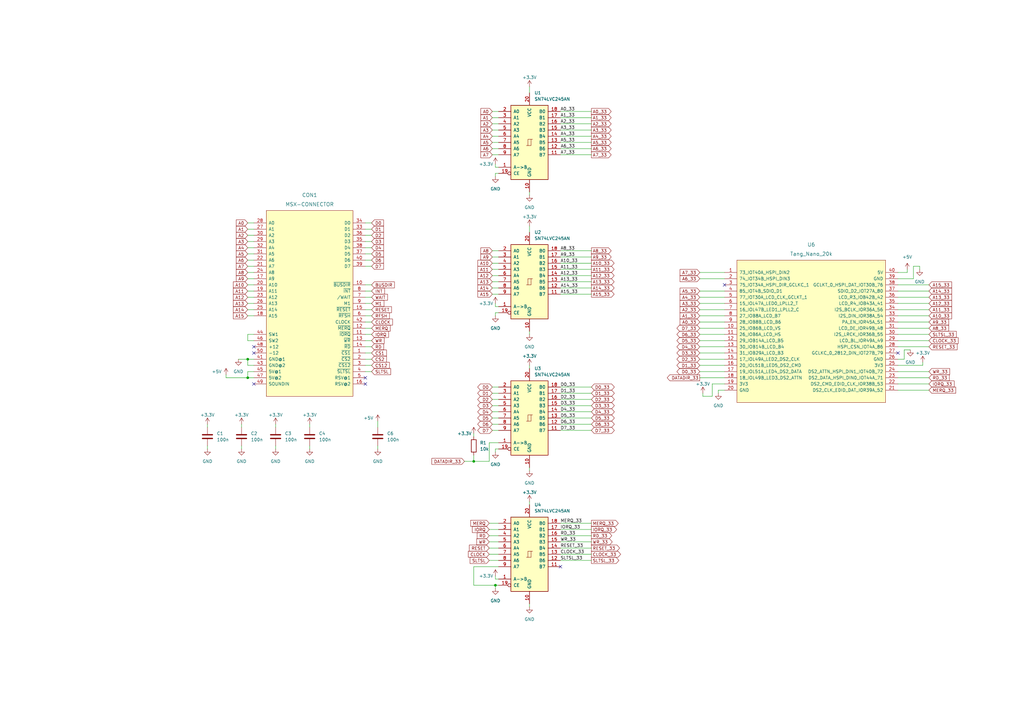
<source format=kicad_sch>
(kicad_sch (version 20211123) (generator eeschema)
  (paper "A3")
  (title_block (title "MSX-Tang Nano 9K Breakout") (date "2023-03-01"))
  (lib_symbols
    (symbol "Device:C" (pin_numbers hide) (pin_names (offset 0.254))
      (property "Reference" "C" (at 0.635 2.54 0))
      (property "Value" "C" (at 0.635 -2.54 0))
      (symbol "C_0_1"
        (polyline (pts (xy -2.032 -0.762) (xy 2.032 -0.762)) (stroke (width 0.508)))
        (polyline (pts (xy -2.032 0.762) (xy 2.032 0.762)) (stroke (width 0.508)))
      )
      (symbol "C_1_1"
        (pin passive line (at 0 3.81 270) (length 2.794) (name "~") (number "1"))
        (pin passive line (at 0 -3.81 90) (length 2.794) (name "~") (number "2"))
      )
    )
    (symbol "Device:R" (pin_numbers hide) (pin_names (offset 0))
      (property "Reference" "R" (at 2.032 0 90))
      (property "Value" "R" (at 0 0 90))
      (symbol "R_0_1"
        (rectangle (start -1.016 -2.54) (end 1.016 2.54) (stroke (width 0.254)))
      )
      (symbol "R_1_1"
        (pin passive line (at 0 3.81 270) (length 1.27) (name "~") (number "1"))
        (pin passive line (at 0 -3.81 90) (length 1.27) (name "~") (number "2"))
      )
    )
    (symbol "Mi_libreria:MSX-CONNECTOR" (pin_names (offset 1.016))
      (property "Reference" "CON1" (at -3.81 19.05 0))
      (property "Value" "MSX-CONNECTOR" (at -11.43 11.43 0))
      (symbol "MSX-CONNECTOR_1_0"
        (pin bidirectional line (at 22.86 -20.32 180) (length 5) (name "~{CS1}") (number "1"))
        (pin bidirectional line (at 22.86 7.62 180) (length 5) (name "~{BUSDIR}") (number "10"))
        (pin bidirectional line (at 22.86 -12.7 180) (length 5) (name "~{IORQ}") (number "11"))
        (pin bidirectional line (at 22.86 -10.16 180) (length 5) (name "~{MERQ}") (number "12"))
        (pin bidirectional line (at 22.86 -15.24 180) (length 5) (name "~{WR}") (number "13"))
        (pin bidirectional line (at 22.86 -17.78 180) (length 5) (name "~{RD}") (number "14"))
        (pin bidirectional line (at 22.86 -2.54 180) (length 5) (name "~{RESET}") (number "15"))
        (pin bidirectional line (at 22.86 -33.02 180) (length 5) (name "RSV@2") (number "16"))
        (pin bidirectional line (at -22.86 10.16 0) (length 5) (name "A9") (number "17"))
        (pin bidirectional line (at -22.86 -5.08 0) (length 5) (name "A15") (number "18"))
        (pin bidirectional line (at -22.86 5.08 0) (length 5) (name "A11") (number "19"))
        (pin bidirectional line (at 22.86 -22.86 180) (length 5) (name "~{CS2}") (number "2"))
        (pin bidirectional line (at -22.86 7.62 0) (length 5) (name "A10") (number "20"))
        (pin bidirectional line (at -22.86 15.24 0) (length 5) (name "A7") (number "21"))
        (pin bidirectional line (at -22.86 17.78 0) (length 5) (name "A6") (number "22"))
        (pin bidirectional line (at -22.86 2.54 0) (length 5) (name "A12") (number "23"))
        (pin bidirectional line (at -22.86 12.7 0) (length 5) (name "A8") (number "24"))
        (pin bidirectional line (at -22.86 -2.54 0) (length 5) (name "A14") (number "25"))
        (pin bidirectional line (at -22.86 0 0) (length 5) (name "A13") (number "26"))
        (pin bidirectional line (at -22.86 30.48 0) (length 5) (name "A1") (number "27"))
        (pin bidirectional line (at -22.86 33.02 0) (length 5) (name "A0") (number "28"))
        (pin bidirectional line (at -22.86 25.4 0) (length 5) (name "A3") (number "29"))
        (pin bidirectional line (at 22.86 -25.4 180) (length 5) (name "~{CS12}") (number "3"))
        (pin bidirectional line (at -22.86 27.94 0) (length 5) (name "A2") (number "30"))
        (pin bidirectional line (at -22.86 20.32 0) (length 5) (name "A5") (number "31"))
        (pin bidirectional line (at -22.86 22.86 0) (length 5) (name "A4") (number "32"))
        (pin bidirectional line (at 22.86 30.48 180) (length 5) (name "D1") (number "33"))
        (pin bidirectional line (at 22.86 33.02 180) (length 5) (name "D0") (number "34"))
        (pin bidirectional line (at 22.86 25.4 180) (length 5) (name "D3") (number "35"))
        (pin bidirectional line (at 22.86 27.94 180) (length 5) (name "D2") (number "36"))
        (pin bidirectional line (at 22.86 20.32 180) (length 5) (name "D5") (number "37"))
        (pin bidirectional line (at 22.86 22.86 180) (length 5) (name "D4") (number "38"))
        (pin bidirectional line (at 22.86 15.24 180) (length 5) (name "D7") (number "39"))
        (pin bidirectional line (at 22.86 -27.94 180) (length 5) (name "~{SLTSL}") (number "4"))
        (pin bidirectional line (at 22.86 17.78 180) (length 5) (name "D6") (number "40"))
        (pin bidirectional line (at -22.86 -22.86 0) (length 5) (name "GND@1") (number "41"))
        (pin bidirectional line (at 22.86 -7.62 180) (length 5) (name "CLOCK") (number "42"))
        (pin bidirectional line (at -22.86 -25.4 0) (length 5) (name "GND@2") (number "43"))
        (pin bidirectional line (at -22.86 -12.7 0) (length 5) (name "SW1") (number "44"))
        (pin bidirectional line (at -22.86 -27.94 0) (length 5) (name "5V@1") (number "45"))
        (pin bidirectional line (at -22.86 -15.24 0) (length 5) (name "SW2") (number "46"))
        (pin bidirectional line (at -22.86 -30.48 0) (length 5) (name "5V@2") (number "47"))
        (pin bidirectional line (at -22.86 -17.78 0) (length 5) (name "+12") (number "48"))
        (pin bidirectional line (at -22.86 -33.02 0) (length 5) (name "SOUNDIN") (number "49"))
        (pin bidirectional line (at 22.86 -30.48 180) (length 5) (name "RSV@1") (number "5"))
        (pin bidirectional line (at -22.86 -20.32 0) (length 5) (name "-12") (number "50"))
        (pin bidirectional line (at 22.86 -5.08 180) (length 5) (name "~{RFSH}") (number "6"))
        (pin bidirectional line (at 22.86 2.54 180) (length 5) (name "/WAIT") (number "7"))
        (pin bidirectional line (at 22.86 5.08 180) (length 5) (name "~{INT}") (number "8"))
        (pin bidirectional line (at 22.86 0 180) (length 5) (name "M1") (number "9"))
      )
      (symbol "MSX-CONNECTOR_1_1"
        (rectangle (start -17.78 38.1) (end 17.78 -38.1) (fill (type background)))
      )
    )
    (symbol "Mi_libreria:SN74LVC245AN" (pin_names (offset 1.016))
      (property "Reference" "U" (at -7.62 16.51 0))
      (property "Value" "SN74LVC245AN" (at -7.62 -16.51 0))
      (symbol "SN74LVC245AN_1_0"
        (polyline (pts (xy -0.635 -1.27) (xy -0.635 1.27) (xy 0.635 1.27)))
        (polyline (pts (xy -1.27 -1.27) (xy 0.635 -1.27) (xy 0.635 1.27) (xy 1.27 1.27)))
        (pin input line (at -12.7 -10.16 0) (length 5.08) (name "A->B") (number "1"))
        (pin power_in line (at 0 -20.32 90) (length 5.08) (name "GND") (number "10"))
        (pin tri_state line (at 12.7 -5.08 180) (length 5.08) (name "B7") (number "11"))
        (pin tri_state line (at 12.7 -2.54 180) (length 5.08) (name "B6") (number "12"))
        (pin tri_state line (at 12.7 0 180) (length 5.08) (name "B5") (number "13"))
        (pin tri_state line (at 12.7 2.54 180) (length 5.08) (name "B4") (number "14"))
        (pin tri_state line (at 12.7 5.08 180) (length 5.08) (name "B3") (number "15"))
        (pin tri_state line (at 12.7 7.62 180) (length 5.08) (name "B2") (number "16"))
        (pin tri_state line (at 12.7 10.16 180) (length 5.08) (name "B1") (number "17"))
        (pin tri_state line (at 12.7 12.7 180) (length 5.08) (name "B0") (number "18"))
        (pin input inverted (at -12.7 -12.7 0) (length 5.08) (name "CE") (number "19"))
        (pin tri_state line (at -12.7 12.7 0) (length 5.08) (name "A0") (number "2"))
        (pin power_in line (at 0 20.32 270) (length 5.08) (name "VCC") (number "20"))
        (pin tri_state line (at -12.7 10.16 0) (length 5.08) (name "A1") (number "3"))
        (pin tri_state line (at -12.7 7.62 0) (length 5.08) (name "A2") (number "4"))
        (pin tri_state line (at -12.7 5.08 0) (length 5.08) (name "A3") (number "5"))
        (pin tri_state line (at -12.7 2.54 0) (length 5.08) (name "A4") (number "6"))
        (pin tri_state line (at -12.7 0 0) (length 5.08) (name "A5") (number "7"))
        (pin tri_state line (at -12.7 -2.54 0) (length 5.08) (name "A6") (number "8"))
        (pin tri_state line (at -12.7 -5.08 0) (length 5.08) (name "A7") (number "9"))
      )
      (symbol "SN74LVC245AN_1_1"
        (rectangle (start -7.62 15.24) (end 7.62 -15.24) (stroke (width 0.254)) (fill (type background)))
      )
    )
    (symbol "Mi_libreria:Tang_Nano_20k" (pin_names (offset 1.016))
      (property "Reference" "U" (at -3.81 7.62 0))
      (property "Value" "Tang_Nano_20k" (at -10.16 2.54 0))
      (symbol "Tang_Nano_20k_1_0"
        (pin bidirectional line (at -35.56 22.86 0) (length 5) (name "73_IOT40A_HSPI_DIN2") (number "1"))
        (pin bidirectional line (at -35.56 0 0) (length 5) (name "25_IOB6B_LCD_VS") (number "10"))
        (pin bidirectional line (at -35.56 -2.54 0) (length 5) (name "26_IOB6A_LCD_HS") (number "11"))
        (pin bidirectional line (at -35.56 -5.08 0) (length 5) (name "29_IOB14A_LCD_B5") (number "12"))
        (pin bidirectional line (at -35.56 -7.62 0) (length 5) (name "30_IOB14B_LCD_B4") (number "13"))
        (pin bidirectional line (at -35.56 -10.16 0) (length 5) (name "31_IOB29A_LCD_B3") (number "14"))
        (pin bidirectional line (at -35.56 -12.7 0) (length 5) (name "17_IOL49A_LED2_DS2_CLK") (number "15"))
        (pin bidirectional line (at -35.56 -15.24 0) (length 5) (name "20_IOL51B_LED5_DS2_CMD") (number "16"))
        (pin bidirectional line (at -35.56 -17.78 0) (length 5) (name "19_IOL51A_LED4_DS2_DATA") (number "17"))
        (pin bidirectional line (at -35.56 -20.32 0) (length 5) (name "18_IOL49B_LED3_DS2_ATTN") (number "18"))
        (pin bidirectional line (at -35.56 -22.86 0) (length 5) (name "3V3") (number "19"))
        (pin bidirectional line (at -35.56 20.32 0) (length 5) (name "74_IOT34B_HSPI_DIN3") (number "2"))
        (pin bidirectional line (at -35.56 -25.4 0) (length 5) (name "GND") (number "20"))
        (pin bidirectional line (at 35.56 -25.4 180) (length 5) (name "DS2_CLK_EDID_DAT_IOR39A_52") (number "21"))
        (pin bidirectional line (at 35.56 -22.86 180) (length 5) (name "DS2_CMD_EDID_CLK_IOR38B_53") (number "22"))
        (pin bidirectional line (at 35.56 -20.32 180) (length 5) (name "DS2_DATA_HSPI_DIN0_IOT44A_71") (number "23"))
        (pin bidirectional line (at 35.56 -17.78 180) (length 5) (name "DS2_ATTN_HSPI_DIN1_IOT40B_72") (number "24"))
        (pin bidirectional line (at 35.56 -15.24 180) (length 5) (name "3V3") (number "25"))
        (pin bidirectional line (at 35.56 -12.7 180) (length 5) (name "GND") (number "26"))
        (pin bidirectional line (at 35.56 -10.16 180) (length 5) (name "GCLKC_0_2812_DIN_IOT27B_79") (number "27"))
        (pin bidirectional line (at 35.56 -7.62 180) (length 5) (name "HSPI_CSN_IOT4A_86") (number "28"))
        (pin bidirectional line (at 35.56 -5.08 180) (length 5) (name "LCD_BL_IOR49A_49") (number "29"))
        (pin bidirectional line (at -35.56 17.78 0) (length 5) (name "75_IOT34A_HSPI_DIR_GCLKC_1") (number "3"))
        (pin bidirectional line (at 35.56 -2.54 180) (length 5) (name "I2S_LRCK_IOR36B_55") (number "30"))
        (pin bidirectional line (at 35.56 0 180) (length 5) (name "LCD_DE_IOR49B_48") (number "31"))
        (pin bidirectional line (at 35.56 2.54 180) (length 5) (name "PA_EN_IOR45A_51") (number "32"))
        (pin bidirectional line (at 35.56 5.08 180) (length 5) (name "I2S_DIN_IOR38A_54") (number "33"))
        (pin bidirectional line (at 35.56 7.62 180) (length 5) (name "I2S_BCLK_IOR36A_56") (number "34"))
        (pin bidirectional line (at 35.56 10.16 180) (length 5) (name "LCD_R4_IOB43A_41") (number "35"))
        (pin bidirectional line (at 35.56 12.7 180) (length 5) (name "LCD_R3_IOB42B_42") (number "36"))
        (pin bidirectional line (at 35.56 15.24 180) (length 5) (name "SDIO_D2_IOT27A_80") (number "37"))
        (pin bidirectional line (at 35.56 17.78 180) (length 5) (name "GCLKT_0_HSPI_DAT_IOT30B_76") (number "38"))
        (pin bidirectional line (at 35.56 20.32 180) (length 5) (name "GND") (number "39"))
        (pin bidirectional line (at -35.56 15.24 0) (length 5) (name "85_IOT4B_SDIO_D1") (number "4"))
        (pin bidirectional line (at 35.56 22.86 180) (length 5) (name "5V") (number "40"))
        (pin bidirectional line (at -35.56 12.7 0) (length 5) (name "77_IOT30A_LCD_CLK_GCLKT_1") (number "5"))
        (pin bidirectional line (at -35.56 10.16 0) (length 5) (name "15_IOL47A_LED0_LPLL2_T") (number "6"))
        (pin bidirectional line (at -35.56 7.62 0) (length 5) (name "16_IOL47B_LED1_LPLL2_C") (number "7"))
        (pin bidirectional line (at -35.56 5.08 0) (length 5) (name "27_IOB8A_LCD_B7") (number "8"))
        (pin bidirectional line (at -35.56 2.54 0) (length 5) (name "28_IOB8B_LCD_B6") (number "9"))
      )
      (symbol "Tang_Nano_20k_1_1"
        (rectangle (start -30.48 27.94) (end 30.48 -30.48) (fill (type background)))
      )
    )
    (symbol "power:+3.3V" (power) (pin_names (offset 0))
      (property "Value" "+3.3V" (at 0 3.556 0))
      (symbol "+3.3V_0_1"
        (polyline (pts (xy -0.762 1.27) (xy 0 2.54)))
        (polyline (pts (xy 0 0) (xy 0 2.54)))
        (polyline (pts (xy 0 2.54) (xy 0.762 1.27)))
      )
      (symbol "+3.3V_1_1"
        (pin power_in line (at 0 0 90) (length 0) hide (name "+3.3V") (number "1"))
      )
    )
    (symbol "power:+5V" (power) (pin_names (offset 0))
      (property "Value" "+5V" (at 0 3.556 0))
      (symbol "+5V_0_1"
        (polyline (pts (xy -0.762 1.27) (xy 0 2.54)))
        (polyline (pts (xy 0 0) (xy 0 2.54)))
        (polyline (pts (xy 0 2.54) (xy 0.762 1.27)))
      )
      (symbol "+5V_1_1"
        (pin power_in line (at 0 0 90) (length 0) hide (name "+5V") (number "1"))
      )
    )
    (symbol "power:GND" (power) (pin_names (offset 0))
      (property "Value" "GND" (at 0 -3.81 0))
      (symbol "GND_0_1"
        (polyline (pts (xy 0 0) (xy 0 -1.27) (xy 1.27 -1.27) (xy 0 -2.54) (xy -1.27 -1.27) (xy 0 -1.27)))
      )
      (symbol "GND_1_1"
        (pin power_in line (at 0 0 270) (length 0) hide (name "GND") (number "1"))
      )
    )
  )
  (junction (at 101.6 147.32))
  (junction (at 101.6 154.94))
  (junction (at 203.2 240.03))
  (junction (at 194.31 189.23))
  (no_connect (at 149.86 157.48))
  (no_connect (at 229.87 232.41))
  (no_connect (at 368.3 144.78))
  (no_connect (at 297.18 116.84))
  (no_connect (at 104.14 142.24))
  (no_connect (at 104.14 144.78))
  (no_connect (at 149.86 154.94))
  (no_connect (at 104.14 157.48))
  (wire (pts (xy 101.6 109.22) (xy 104.14 109.22)))
  (wire (pts (xy 229.87 102.87) (xy 242.57 102.87)))
  (wire (pts (xy 201.93 53.34) (xy 204.47 53.34)))
  (wire (pts (xy 149.86 142.24) (xy 152.4 142.24)))
  (wire (pts (xy 201.93 173.99) (xy 204.47 173.99)))
  (wire (pts (xy 201.93 110.49) (xy 204.47 110.49)))
  (wire (pts (xy 217.17 35.56) (xy 217.17 38.1)))
  (wire (pts (xy 101.6 119.38) (xy 104.14 119.38)))
  (wire (pts (xy 194.31 189.23) (xy 200.66 189.23)))
  (wire (pts (xy 368.3 132.08) (xy 381 132.08)))
  (wire (pts (xy 200.66 219.71) (xy 204.47 219.71)))
  (wire (pts (xy 201.93 158.75) (xy 204.47 158.75)))
  (wire (pts (xy 201.93 105.41) (xy 204.47 105.41)))
  (wire (pts (xy 372.11 110.49) (xy 372.11 111.76)))
  (wire (pts (xy 287.02 127) (xy 297.18 127)))
  (wire (pts (xy 200.66 224.79) (xy 204.47 224.79)))
  (wire (pts (xy 149.86 121.92) (xy 152.4 121.92)))
  (wire (pts (xy 200.66 229.87) (xy 204.47 229.87)))
  (wire (pts (xy 201.93 118.11) (xy 204.47 118.11)))
  (wire (pts (xy 229.87 120.65) (xy 242.57 120.65)))
  (wire (pts (xy 229.87 176.53) (xy 242.57 176.53)))
  (wire (pts (xy 292.1 157.48) (xy 297.18 157.48)))
  (wire (pts (xy 127 182.88) (xy 127 184.15)))
  (wire (pts (xy 368.3 114.3) (xy 374.65 114.3)))
  (wire (pts (xy 374.65 109.22) (xy 377.19 109.22)))
  (wire (pts (xy 229.87 166.37) (xy 242.57 166.37)))
  (wire (pts (xy 229.87 158.75) (xy 242.57 158.75)))
  (wire (pts (xy 149.86 149.86) (xy 152.4 149.86)))
  (wire (pts (xy 229.87 113.03) (xy 242.57 113.03)))
  (wire (pts (xy 149.86 147.32) (xy 152.4 147.32)))
  (wire (pts (xy 229.87 222.25) (xy 242.57 222.25)))
  (wire (pts (xy 201.93 176.53) (xy 204.47 176.53)))
  (wire (pts (xy 287.02 142.24) (xy 297.18 142.24)))
  (wire (pts (xy 149.86 106.68) (xy 152.4 106.68)))
  (wire (pts (xy 149.86 116.84) (xy 152.4 116.84)))
  (wire (pts (xy 113.03 182.88) (xy 113.03 184.15)))
  (wire (pts (xy 101.6 121.92) (xy 104.14 121.92)))
  (wire (pts (xy 229.87 173.99) (xy 242.57 173.99)))
  (wire (pts (xy 370.84 147.32) (xy 370.84 143.51)))
  (wire (pts (xy 149.86 129.54) (xy 152.4 129.54)))
  (wire (pts (xy 204.47 71.12) (xy 203.2 71.12)))
  (wire (pts (xy 368.3 160.02) (xy 381 160.02)))
  (wire (pts (xy 201.93 171.45) (xy 204.47 171.45)))
  (wire (pts (xy 149.86 137.16) (xy 152.4 137.16)))
  (wire (pts (xy 201.93 48.26) (xy 204.47 48.26)))
  (wire (pts (xy 368.3 134.62) (xy 381 134.62)))
  (wire (pts (xy 203.2 128.27) (xy 203.2 129.54)))
  (wire (pts (xy 287.02 121.92) (xy 297.18 121.92)))
  (wire (pts (xy 229.87 110.49) (xy 242.57 110.49)))
  (wire (pts (xy 288.29 161.29) (xy 288.29 162.56)))
  (wire (pts (xy 101.6 93.98) (xy 104.14 93.98)))
  (wire (pts (xy 99.06 182.88) (xy 99.06 184.15)))
  (wire (pts (xy 229.87 50.8) (xy 242.57 50.8)))
  (wire (pts (xy 101.6 99.06) (xy 104.14 99.06)))
  (wire (pts (xy 201.93 120.65) (xy 204.47 120.65)))
  (wire (pts (xy 154.94 172.72) (xy 154.94 175.26)))
  (wire (pts (xy 287.02 129.54) (xy 297.18 129.54)))
  (wire (pts (xy 149.86 132.08) (xy 152.4 132.08)))
  (wire (pts (xy 85.09 182.88) (xy 85.09 184.15)))
  (wire (pts (xy 229.87 163.83) (xy 242.57 163.83)))
  (wire (pts (xy 368.3 137.16) (xy 381 137.16)))
  (wire (pts (xy 149.86 127) (xy 152.4 127)))
  (wire (pts (xy 287.02 147.32) (xy 297.18 147.32)))
  (wire (pts (xy 201.93 50.8) (xy 204.47 50.8)))
  (wire (pts (xy 229.87 58.42) (xy 242.57 58.42)))
  (wire (pts (xy 229.87 115.57) (xy 242.57 115.57)))
  (wire (pts (xy 99.06 173.99) (xy 99.06 175.26)))
  (wire (pts (xy 201.93 115.57) (xy 204.47 115.57)))
  (wire (pts (xy 368.3 152.4) (xy 381 152.4)))
  (wire (pts (xy 204.47 128.27) (xy 203.2 128.27)))
  (wire (pts (xy 104.14 147.32) (xy 101.6 147.32)))
  (wire (pts (xy 149.86 104.14) (xy 152.4 104.14)))
  (wire (pts (xy 229.87 171.45) (xy 242.57 171.45)))
  (wire (pts (xy 101.6 116.84) (xy 104.14 116.84)))
  (wire (pts (xy 368.3 142.24) (xy 381 142.24)))
  (wire (pts (xy 149.86 101.6) (xy 152.4 101.6)))
  (wire (pts (xy 229.87 214.63) (xy 242.57 214.63)))
  (wire (pts (xy 101.6 129.54) (xy 104.14 129.54)))
  (wire (pts (xy 92.71 154.94) (xy 101.6 154.94)))
  (wire (pts (xy 101.6 104.14) (xy 104.14 104.14)))
  (wire (pts (xy 194.31 232.41) (xy 194.31 240.03)))
  (wire (pts (xy 201.93 168.91) (xy 204.47 168.91)))
  (wire (pts (xy 201.93 102.87) (xy 204.47 102.87)))
  (wire (pts (xy 101.6 154.94) (xy 104.14 154.94)))
  (wire (pts (xy 200.66 189.23) (xy 200.66 181.61)))
  (wire (pts (xy 101.6 124.46) (xy 104.14 124.46)))
  (wire (pts (xy 368.3 119.38) (xy 381 119.38)))
  (wire (pts (xy 287.02 114.3) (xy 297.18 114.3)))
  (wire (pts (xy 101.6 137.16) (xy 101.6 139.7)))
  (wire (pts (xy 368.3 124.46) (xy 381 124.46)))
  (wire (pts (xy 229.87 217.17) (xy 242.57 217.17)))
  (wire (pts (xy 127 173.99) (xy 127 175.26)))
  (wire (pts (xy 149.86 99.06) (xy 152.4 99.06)))
  (wire (pts (xy 229.87 107.95) (xy 242.57 107.95)))
  (wire (pts (xy 200.66 181.61) (xy 204.47 181.61)))
  (wire (pts (xy 292.1 162.56) (xy 292.1 157.48)))
  (wire (pts (xy 201.93 113.03) (xy 204.47 113.03)))
  (wire (pts (xy 229.87 168.91) (xy 242.57 168.91)))
  (wire (pts (xy 368.3 111.76) (xy 372.11 111.76)))
  (wire (pts (xy 217.17 135.89) (xy 217.17 137.16)))
  (wire (pts (xy 229.87 55.88) (xy 242.57 55.88)))
  (wire (pts (xy 92.71 153.67) (xy 92.71 154.94)))
  (wire (pts (xy 229.87 224.79) (xy 242.57 224.79)))
  (wire (pts (xy 203.2 124.46) (xy 203.2 125.73)))
  (wire (pts (xy 287.02 152.4) (xy 297.18 152.4)))
  (wire (pts (xy 287.02 137.16) (xy 297.18 137.16)))
  (wire (pts (xy 203.2 236.22) (xy 203.2 237.49)))
  (wire (pts (xy 368.3 129.54) (xy 381 129.54)))
  (wire (pts (xy 204.47 68.58) (xy 203.2 68.58)))
  (wire (pts (xy 101.6 91.44) (xy 104.14 91.44)))
  (wire (pts (xy 292.1 162.56) (xy 288.29 162.56)))
  (wire (pts (xy 194.31 177.8) (xy 194.31 179.07)))
  (wire (pts (xy 287.02 111.76) (xy 297.18 111.76)))
  (wire (pts (xy 203.2 237.49) (xy 204.47 237.49)))
  (wire (pts (xy 204.47 184.15) (xy 203.2 184.15)))
  (wire (pts (xy 229.87 118.11) (xy 242.57 118.11)))
  (wire (pts (xy 101.6 152.4) (xy 101.6 154.94)))
  (wire (pts (xy 200.66 227.33) (xy 204.47 227.33)))
  (wire (pts (xy 374.65 114.3) (xy 374.65 109.22)))
  (wire (pts (xy 200.66 222.25) (xy 204.47 222.25)))
  (wire (pts (xy 101.6 111.76) (xy 104.14 111.76)))
  (wire (pts (xy 201.93 55.88) (xy 204.47 55.88)))
  (wire (pts (xy 101.6 147.32) (xy 101.6 149.86)))
  (wire (pts (xy 368.3 116.84) (xy 381 116.84)))
  (wire (pts (xy 101.6 127) (xy 104.14 127)))
  (wire (pts (xy 229.87 105.41) (xy 242.57 105.41)))
  (wire (pts (xy 287.02 154.94) (xy 297.18 154.94)))
  (wire (pts (xy 368.3 147.32) (xy 370.84 147.32)))
  (wire (pts (xy 201.93 107.95) (xy 204.47 107.95)))
  (wire (pts (xy 201.93 60.96) (xy 204.47 60.96)))
  (wire (pts (xy 201.93 58.42) (xy 204.47 58.42)))
  (wire (pts (xy 101.6 96.52) (xy 104.14 96.52)))
  (wire (pts (xy 200.66 217.17) (xy 204.47 217.17)))
  (wire (pts (xy 229.87 227.33) (xy 242.57 227.33)))
  (wire (pts (xy 229.87 219.71) (xy 242.57 219.71)))
  (wire (pts (xy 203.2 67.31) (xy 203.2 68.58)))
  (wire (pts (xy 217.17 191.77) (xy 217.17 193.04)))
  (wire (pts (xy 229.87 48.26) (xy 242.57 48.26)))
  (wire (pts (xy 229.87 63.5) (xy 242.57 63.5)))
  (wire (pts (xy 368.3 127) (xy 381 127)))
  (wire (pts (xy 368.3 121.92) (xy 381 121.92)))
  (wire (pts (xy 200.66 214.63) (xy 204.47 214.63)))
  (wire (pts (xy 149.86 124.46) (xy 152.4 124.46)))
  (wire (pts (xy 287.02 119.38) (xy 297.18 119.38)))
  (wire (pts (xy 85.09 173.99) (xy 85.09 175.26)))
  (wire (pts (xy 101.6 149.86) (xy 104.14 149.86)))
  (wire (pts (xy 287.02 149.86) (xy 297.18 149.86)))
  (wire (pts (xy 149.86 139.7) (xy 152.4 139.7)))
  (wire (pts (xy 201.93 163.83) (xy 204.47 163.83)))
  (wire (pts (xy 294.64 160.02) (xy 294.64 161.29)))
  (wire (pts (xy 229.87 229.87) (xy 242.57 229.87)))
  (wire (pts (xy 149.86 91.44) (xy 152.4 91.44)))
  (wire (pts (xy 149.86 134.62) (xy 152.4 134.62)))
  (wire (pts (xy 203.2 240.03) (xy 203.2 241.3)))
  (wire (pts (xy 368.3 139.7) (xy 381 139.7)))
  (wire (pts (xy 204.47 240.03) (xy 203.2 240.03)))
  (wire (pts (xy 101.6 114.3) (xy 104.14 114.3)))
  (wire (pts (xy 368.3 157.48) (xy 381 157.48)))
  (wire (pts (xy 287.02 134.62) (xy 297.18 134.62)))
  (wire (pts (xy 217.17 149.86) (xy 217.17 151.13)))
  (wire (pts (xy 217.17 205.74) (xy 217.17 207.01)))
  (wire (pts (xy 201.93 161.29) (xy 204.47 161.29)))
  (wire (pts (xy 287.02 132.08) (xy 297.18 132.08)))
  (wire (pts (xy 101.6 139.7) (xy 104.14 139.7)))
  (wire (pts (xy 203.2 184.15) (xy 203.2 185.42)))
  (wire (pts (xy 287.02 139.7) (xy 297.18 139.7)))
  (wire (pts (xy 368.3 149.86) (xy 378.46 149.86)))
  (wire (pts (xy 229.87 53.34) (xy 242.57 53.34)))
  (wire (pts (xy 149.86 144.78) (xy 152.4 144.78)))
  (wire (pts (xy 201.93 166.37) (xy 204.47 166.37)))
  (wire (pts (xy 149.86 119.38) (xy 152.4 119.38)))
  (wire (pts (xy 229.87 45.72) (xy 242.57 45.72)))
  (wire (pts (xy 368.3 154.94) (xy 381 154.94)))
  (wire (pts (xy 370.84 143.51) (xy 373.38 143.51)))
  (wire (pts (xy 204.47 125.73) (xy 203.2 125.73)))
  (wire (pts (xy 104.14 152.4) (xy 101.6 152.4)))
  (wire (pts (xy 149.86 152.4) (xy 152.4 152.4)))
  (wire (pts (xy 378.46 149.86) (xy 378.46 148.59)))
  (wire (pts (xy 297.18 160.02) (xy 294.64 160.02)))
  (wire (pts (xy 194.31 186.69) (xy 194.31 189.23)))
  (wire (pts (xy 217.17 78.74) (xy 217.17 80.01)))
  (wire (pts (xy 229.87 60.96) (xy 242.57 60.96)))
  (wire (pts (xy 229.87 161.29) (xy 242.57 161.29)))
  (wire (pts (xy 149.86 96.52) (xy 152.4 96.52)))
  (wire (pts (xy 287.02 144.78) (xy 297.18 144.78)))
  (wire (pts (xy 194.31 240.03) (xy 203.2 240.03)))
  (wire (pts (xy 201.93 45.72) (xy 204.47 45.72)))
  (wire (pts (xy 377.19 109.22) (xy 377.19 110.49)))
  (wire (pts (xy 149.86 93.98) (xy 152.4 93.98)))
  (wire (pts (xy 201.93 63.5) (xy 204.47 63.5)))
  (wire (pts (xy 154.94 182.88) (xy 154.94 184.15)))
  (wire (pts (xy 101.6 106.68) (xy 104.14 106.68)))
  (wire (pts (xy 190.5 189.23) (xy 194.31 189.23)))
  (wire (pts (xy 149.86 109.22) (xy 152.4 109.22)))
  (wire (pts (xy 203.2 71.12) (xy 203.2 72.39)))
  (wire (pts (xy 287.02 124.46) (xy 297.18 124.46)))
  (wire (pts (xy 217.17 92.71) (xy 217.17 95.25)))
  (wire (pts (xy 101.6 101.6) (xy 104.14 101.6)))
  (wire (pts (xy 97.79 147.32) (xy 101.6 147.32)))
  (wire (pts (xy 113.03 173.99) (xy 113.03 175.26)))
  (wire (pts (xy 217.17 247.65) (xy 217.17 248.92)))
  (wire (pts (xy 104.14 137.16) (xy 101.6 137.16)))
  (wire (pts (xy 194.31 232.41) (xy 204.47 232.41)))
  (label "A8_33" (at 229.87 102.87 0))
  (label "D0_33" (at 229.87 158.75 0))
  (label "A2_33" (at 229.87 50.8 0))
  (label "A5_33" (at 229.87 58.42 0))
  (label "SLTSL_33" (at 229.87 229.87 0))
  (label "D5_33" (at 229.87 171.45 0))
  (label "D4_33" (at 229.87 168.91 0))
  (label "WR_33" (at 229.87 222.25 0))
  (label "CLOCK_33" (at 229.87 227.33 0))
  (label "A13_33" (at 229.87 115.57 0))
  (label "A10_33" (at 229.87 107.95 0))
  (label "A1_33" (at 229.87 48.26 0))
  (label "A6_33" (at 229.9211 60.96 0))
  (label "A11_33" (at 229.87 110.49 0))
  (label "A4_33" (at 229.87 55.88 0))
  (label "MERQ_33" (at 229.87 214.63 0))
  (label "A7_33" (at 229.87 63.5 0))
  (label "D6_33" (at 229.87 173.99 0))
  (label "A15_33" (at 229.87 120.65 0))
  (label "RD_33" (at 229.87 219.71 0))
  (label "D3_33" (at 229.87 166.37 0))
  (label "RESET_33" (at 229.87 224.79 0))
  (label "A14_33" (at 229.9211 118.11 0))
  (label "IORQ_33" (at 229.87 217.17 0))
  (label "A3_33" (at 229.87 53.34 0))
  (label "D7_33" (at 229.87 176.53 0))
  (label "D2_33" (at 229.87 163.83 0))
  (label "A0_33" (at 229.87 45.72 0))
  (label "A12_33" (at 229.87 113.03 0))
  (label "D1_33" (at 229.87 161.29 0))
  (label "A9_33" (at 229.87 105.41 0))
  (global_label "SLTSL_33" (shape input) (at 381 137.16 0) (property "Intersheet References" "${INTERSHEET_REFS}" (effects hide)))
  (global_label "RFSH" (shape input) (at 152.4 129.54 0) (property "Intersheet References" "${INTERSHEET_REFS}" (effects hide)))
  (global_label "SLTSL" (shape input) (at 200.66 229.87 180) (property "Intersheet References" "${INTERSHEET_REFS}" (effects hide)))
  (global_label "A15_33" (shape input) (at 381 116.84 0) (property "Intersheet References" "${INTERSHEET_REFS}" (effects hide)))
  (global_label "WR" (shape input) (at 200.66 222.25 180) (property "Intersheet References" "${INTERSHEET_REFS}" (effects hide)))
  (global_label "A1_33" (shape output) (at 242.57 48.26 0) (property "Intersheet References" "${INTERSHEET_REFS}" (effects hide)))
  (global_label "CS1" (shape input) (at 152.4 144.78 0) (property "Intersheet References" "${INTERSHEET_REFS}" (effects hide)))
  (global_label "A5" (shape input) (at 101.6 104.14 180) (property "Intersheet References" "${INTERSHEET_REFS}" (effects hide)))
  (global_label "A6" (shape input) (at 101.6 106.68 180) (property "Intersheet References" "${INTERSHEET_REFS}" (effects hide)))
  (global_label "A6_33" (shape input) (at 287.02 114.3 180) (property "Intersheet References" "${INTERSHEET_REFS}" (effects hide)))
  (global_label "D3" (shape bidirectional) (at 201.93 166.37 180) (property "Intersheet References" "${INTERSHEET_REFS}" (effects hide)))
  (global_label "IORQ" (shape input) (at 200.66 217.17 180) (property "Intersheet References" "${INTERSHEET_REFS}" (effects hide)))
  (global_label "RESET_33" (shape output) (at 242.57 224.79 0) (property "Intersheet References" "${INTERSHEET_REFS}" (effects hide)))
  (global_label "A9_33" (shape input) (at 381 132.08 0) (property "Intersheet References" "${INTERSHEET_REFS}" (effects hide)))
  (global_label "A2_33" (shape output) (at 242.57 50.8 0) (property "Intersheet References" "${INTERSHEET_REFS}" (effects hide)))
  (global_label "A13" (shape input) (at 101.6 124.46 180) (property "Intersheet References" "${INTERSHEET_REFS}" (effects hide)))
  (global_label "A7" (shape input) (at 201.93 63.5 180) (property "Intersheet References" "${INTERSHEET_REFS}" (effects hide)))
  (global_label "A14" (shape input) (at 201.93 118.11 180) (property "Intersheet References" "${INTERSHEET_REFS}" (effects hide)))
  (global_label "D6_33" (shape bidirectional) (at 242.57 173.99 0) (property "Intersheet References" "${INTERSHEET_REFS}" (effects hide)))
  (global_label "D0" (shape bidirectional) (at 201.93 158.75 180) (property "Intersheet References" "${INTERSHEET_REFS}" (effects hide)))
  (global_label "A8" (shape input) (at 201.93 102.87 180) (property "Intersheet References" "${INTERSHEET_REFS}" (effects hide)))
  (global_label "A8_33" (shape input) (at 381 134.62 0) (property "Intersheet References" "${INTERSHEET_REFS}" (effects hide)))
  (global_label "A0" (shape input) (at 101.6 91.44 180) (property "Intersheet References" "${INTERSHEET_REFS}" (effects hide)))
  (global_label "D4_33" (shape bidirectional) (at 287.02 142.24 180) (property "Intersheet References" "${INTERSHEET_REFS}" (effects hide)))
  (global_label "MERQ_33" (shape input) (at 381 160.02 0) (property "Intersheet References" "${INTERSHEET_REFS}" (effects hide)))
  (global_label "A9" (shape input) (at 201.93 105.41 180) (property "Intersheet References" "${INTERSHEET_REFS}" (effects hide)))
  (global_label "D0_33" (shape bidirectional) (at 242.57 158.75 0) (property "Intersheet References" "${INTERSHEET_REFS}" (effects hide)))
  (global_label "BUSDIR" (shape input) (at 152.4 116.84 0) (property "Intersheet References" "${INTERSHEET_REFS}" (effects hide)))
  (global_label "A12" (shape input) (at 101.6 121.92 180) (property "Intersheet References" "${INTERSHEET_REFS}" (effects hide)))
  (global_label "D1_33" (shape bidirectional) (at 287.02 149.86 180) (property "Intersheet References" "${INTERSHEET_REFS}" (effects hide)))
  (global_label "WR" (shape input) (at 152.4 139.7 0) (property "Intersheet References" "${INTERSHEET_REFS}" (effects hide)))
  (global_label "D4_33" (shape bidirectional) (at 242.57 168.91 0) (property "Intersheet References" "${INTERSHEET_REFS}" (effects hide)))
  (global_label "D1" (shape input) (at 152.4 93.98 0) (property "Intersheet References" "${INTERSHEET_REFS}" (effects hide)))
  (global_label "A14_33" (shape output) (at 242.57 118.11 0) (property "Intersheet References" "${INTERSHEET_REFS}" (effects hide)))
  (global_label "A5_33" (shape output) (at 242.57 58.42 0) (property "Intersheet References" "${INTERSHEET_REFS}" (effects hide)))
  (global_label "WR_33" (shape output) (at 242.57 222.25 0) (property "Intersheet References" "${INTERSHEET_REFS}" (effects hide)))
  (global_label "CLOCK_33" (shape output) (at 242.57 227.33 0) (property "Intersheet References" "${INTERSHEET_REFS}" (effects hide)))
  (global_label "DATADIR_33" (shape output) (at 287.02 154.94 180) (property "Intersheet References" "${INTERSHEET_REFS}" (effects hide)))
  (global_label "D4" (shape bidirectional) (at 201.93 168.91 180) (property "Intersheet References" "${INTERSHEET_REFS}" (effects hide)))
  (global_label "A15" (shape input) (at 101.6 129.54 180) (property "Intersheet References" "${INTERSHEET_REFS}" (effects hide)))
  (global_label "D3_33" (shape bidirectional) (at 287.02 144.78 180) (property "Intersheet References" "${INTERSHEET_REFS}" (effects hide)))
  (global_label "A0_33" (shape output) (at 242.57 45.72 0) (property "Intersheet References" "${INTERSHEET_REFS}" (effects hide)))
  (global_label "IORQ" (shape input) (at 152.4 137.16 0) (property "Intersheet References" "${INTERSHEET_REFS}" (effects hide)))
  (global_label "A11" (shape input) (at 101.6 119.38 180) (property "Intersheet References" "${INTERSHEET_REFS}" (effects hide)))
  (global_label "A1" (shape input) (at 201.93 48.26 180) (property "Intersheet References" "${INTERSHEET_REFS}" (effects hide)))
  (global_label "A8_33" (shape output) (at 242.57 102.87 0) (property "Intersheet References" "${INTERSHEET_REFS}" (effects hide)))
  (global_label "A5_33" (shape input) (at 287.02 119.38 180) (property "Intersheet References" "${INTERSHEET_REFS}" (effects hide)))
  (global_label "A7_33" (shape input) (at 287.02 111.76 180) (property "Intersheet References" "${INTERSHEET_REFS}" (effects hide)))
  (global_label "D2_33" (shape bidirectional) (at 242.57 163.83 0) (property "Intersheet References" "${INTERSHEET_REFS}" (effects hide)))
  (global_label "D2" (shape input) (at 152.4 96.52 0) (property "Intersheet References" "${INTERSHEET_REFS}" (effects hide)))
  (global_label "A10" (shape input) (at 201.93 107.95 180) (property "Intersheet References" "${INTERSHEET_REFS}" (effects hide)))
  (global_label "A14_33" (shape input) (at 381 119.38 0) (property "Intersheet References" "${INTERSHEET_REFS}" (effects hide)))
  (global_label "A12" (shape input) (at 201.93 113.03 180) (property "Intersheet References" "${INTERSHEET_REFS}" (effects hide)))
  (global_label "A7_33" (shape output) (at 242.57 63.5 0) (property "Intersheet References" "${INTERSHEET_REFS}" (effects hide)))
  (global_label "D0_33" (shape bidirectional) (at 287.02 152.4 180) (property "Intersheet References" "${INTERSHEET_REFS}" (effects hide)))
  (global_label "D7_33" (shape bidirectional) (at 287.02 134.62 180) (property "Intersheet References" "${INTERSHEET_REFS}" (effects hide)))
  (global_label "WR_33" (shape input) (at 381 152.4 0) (property "Intersheet References" "${INTERSHEET_REFS}" (effects hide)))
  (global_label "D5" (shape input) (at 152.4 104.14 0) (property "Intersheet References" "${INTERSHEET_REFS}" (effects hide)))
  (global_label "D6_33" (shape bidirectional) (at 287.02 137.16 180) (property "Intersheet References" "${INTERSHEET_REFS}" (effects hide)))
  (global_label "RD" (shape input) (at 152.4 142.24 0) (property "Intersheet References" "${INTERSHEET_REFS}" (effects hide)))
  (global_label "DATADIR_33" (shape input) (at 190.5 189.23 180) (property "Intersheet References" "${INTERSHEET_REFS}" (effects hide)))
  (global_label "D3" (shape input) (at 152.4 99.06 0) (property "Intersheet References" "${INTERSHEET_REFS}" (effects hide)))
  (global_label "A15_33" (shape output) (at 242.57 120.65 0) (property "Intersheet References" "${INTERSHEET_REFS}" (effects hide)))
  (global_label "A3_33" (shape input) (at 287.02 124.46 180) (property "Intersheet References" "${INTERSHEET_REFS}" (effects hide)))
  (global_label "MERQ_33" (shape output) (at 242.57 214.63 0) (property "Intersheet References" "${INTERSHEET_REFS}" (effects hide)))
  (global_label "SLTSL" (shape input) (at 152.4 152.4 0) (property "Intersheet References" "${INTERSHEET_REFS}" (effects hide)))
  (global_label "A3" (shape input) (at 201.93 53.34 180) (property "Intersheet References" "${INTERSHEET_REFS}" (effects hide)))
  (global_label "D5_33" (shape bidirectional) (at 287.02 139.7 180) (property "Intersheet References" "${INTERSHEET_REFS}" (effects hide)))
  (global_label "IORQ_33" (shape input) (at 381 157.48 0) (property "Intersheet References" "${INTERSHEET_REFS}" (effects hide)))
  (global_label "A4_33" (shape output) (at 242.57 55.88 0) (property "Intersheet References" "${INTERSHEET_REFS}" (effects hide)))
  (global_label "MERQ" (shape input) (at 152.4 134.62 0) (property "Intersheet References" "${INTERSHEET_REFS}" (effects hide)))
  (global_label "A0_33" (shape input) (at 287.02 132.08 180) (property "Intersheet References" "${INTERSHEET_REFS}" (effects hide)))
  (global_label "A2" (shape input) (at 101.6 96.52 180) (property "Intersheet References" "${INTERSHEET_REFS}" (effects hide)))
  (global_label "CS2" (shape input) (at 152.4 147.32 0) (property "Intersheet References" "${INTERSHEET_REFS}" (effects hide)))
  (global_label "RESET" (shape input) (at 152.4 127 0) (property "Intersheet References" "${INTERSHEET_REFS}" (effects hide)))
  (global_label "A7" (shape input) (at 101.6 109.22 180) (property "Intersheet References" "${INTERSHEET_REFS}" (effects hide)))
  (global_label "A14" (shape input) (at 101.6 127 180) (property "Intersheet References" "${INTERSHEET_REFS}" (effects hide)))
  (global_label "D5" (shape bidirectional) (at 201.93 171.45 180) (property "Intersheet References" "${INTERSHEET_REFS}" (effects hide)))
  (global_label "D2" (shape bidirectional) (at 201.93 163.83 180) (property "Intersheet References" "${INTERSHEET_REFS}" (effects hide)))
  (global_label "A13_33" (shape output) (at 242.57 115.57 0) (property "Intersheet References" "${INTERSHEET_REFS}" (effects hide)))
  (global_label "D1" (shape bidirectional) (at 201.93 161.29 180) (property "Intersheet References" "${INTERSHEET_REFS}" (effects hide)))
  (global_label "D7" (shape bidirectional) (at 201.93 176.53 180) (property "Intersheet References" "${INTERSHEET_REFS}" (effects hide)))
  (global_label "CLOCK_33" (shape input) (at 381 139.7 0) (property "Intersheet References" "${INTERSHEET_REFS}" (effects hide)))
  (global_label "A11_33" (shape input) (at 381 127 0) (property "Intersheet References" "${INTERSHEET_REFS}" (effects hide)))
  (global_label "A12_33" (shape input) (at 381 124.46 0) (property "Intersheet References" "${INTERSHEET_REFS}" (effects hide)))
  (global_label "RESET_33" (shape input) (at 381 142.24 0) (property "Intersheet References" "${INTERSHEET_REFS}" (effects hide)))
  (global_label "A2" (shape input) (at 201.93 50.8 180) (property "Intersheet References" "${INTERSHEET_REFS}" (effects hide)))
  (global_label "A6_33" (shape output) (at 242.57 60.96 0) (property "Intersheet References" "${INTERSHEET_REFS}" (effects hide)))
  (global_label "RD" (shape input) (at 200.66 219.71 180) (property "Intersheet References" "${INTERSHEET_REFS}" (effects hide)))
  (global_label "D3_33" (shape bidirectional) (at 242.57 166.37 0) (property "Intersheet References" "${INTERSHEET_REFS}" (effects hide)))
  (global_label "A0" (shape input) (at 201.93 45.72 180) (property "Intersheet References" "${INTERSHEET_REFS}" (effects hide)))
  (global_label "D5_33" (shape bidirectional) (at 242.57 171.45 0) (property "Intersheet References" "${INTERSHEET_REFS}" (effects hide)))
  (global_label "IORQ_33" (shape output) (at 242.57 217.17 0) (property "Intersheet References" "${INTERSHEET_REFS}" (effects hide)))
  (global_label "M1" (shape input) (at 152.4 124.46 0) (property "Intersheet References" "${INTERSHEET_REFS}" (effects hide)))
  (global_label "A11" (shape input) (at 201.93 110.49 180) (property "Intersheet References" "${INTERSHEET_REFS}" (effects hide)))
  (global_label "A4" (shape input) (at 101.6 101.6 180) (property "Intersheet References" "${INTERSHEET_REFS}" (effects hide)))
  (global_label "D0" (shape input) (at 152.4 91.44 0) (property "Intersheet References" "${INTERSHEET_REFS}" (effects hide)))
  (global_label "A4" (shape input) (at 201.93 55.88 180) (property "Intersheet References" "${INTERSHEET_REFS}" (effects hide)))
  (global_label "D2_33" (shape bidirectional) (at 287.02 147.32 180) (property "Intersheet References" "${INTERSHEET_REFS}" (effects hide)))
  (global_label "CS12" (shape input) (at 152.4 149.86 0) (property "Intersheet References" "${INTERSHEET_REFS}" (effects hide)))
  (global_label "SLTSL_33" (shape output) (at 242.57 229.87 0) (property "Intersheet References" "${INTERSHEET_REFS}" (effects hide)))
  (global_label "A3" (shape input) (at 101.6 99.06 180) (property "Intersheet References" "${INTERSHEET_REFS}" (effects hide)))
  (global_label "RD_33" (shape input) (at 381 154.94 0) (property "Intersheet References" "${INTERSHEET_REFS}" (effects hide)))
  (global_label "D7_33" (shape bidirectional) (at 242.57 176.53 0) (property "Intersheet References" "${INTERSHEET_REFS}" (effects hide)))
  (global_label "A1" (shape input) (at 101.6 93.98 180) (property "Intersheet References" "${INTERSHEET_REFS}" (effects hide)))
  (global_label "A6" (shape input) (at 201.93 60.96 180) (property "Intersheet References" "${INTERSHEET_REFS}" (effects hide)))
  (global_label "A2_33" (shape input) (at 287.02 127 180) (property "Intersheet References" "${INTERSHEET_REFS}" (effects hide)))
  (global_label "A10_33" (shape input) (at 381 129.54 0) (property "Intersheet References" "${INTERSHEET_REFS}" (effects hide)))
  (global_label "A8" (shape input) (at 101.6 111.76 180) (property "Intersheet References" "${INTERSHEET_REFS}" (effects hide)))
  (global_label "INT" (shape input) (at 152.4 119.38 0) (property "Intersheet References" "${INTERSHEET_REFS}" (effects hide)))
  (global_label "A5" (shape input) (at 201.93 58.42 180) (property "Intersheet References" "${INTERSHEET_REFS}" (effects hide)))
  (global_label "A4_33" (shape input) (at 287.02 121.92 180) (property "Intersheet References" "${INTERSHEET_REFS}" (effects hide)))
  (global_label "A13_33" (shape input) (at 381 121.92 0) (property "Intersheet References" "${INTERSHEET_REFS}" (effects hide)))
  (global_label "D6" (shape input) (at 152.4 106.68 0) (property "Intersheet References" "${INTERSHEET_REFS}" (effects hide)))
  (global_label "CLOCK" (shape input) (at 152.4 132.08 0) (property "Intersheet References" "${INTERSHEET_REFS}" (effects hide)))
  (global_label "A9" (shape input) (at 101.6 114.3 180) (property "Intersheet References" "${INTERSHEET_REFS}" (effects hide)))
  (global_label "MERQ" (shape input) (at 200.66 214.63 180) (property "Intersheet References" "${INTERSHEET_REFS}" (effects hide)))
  (global_label "WAIT" (shape input) (at 152.4 121.92 0) (property "Intersheet References" "${INTERSHEET_REFS}" (effects hide)))
  (global_label "D7" (shape input) (at 152.4 109.22 0) (property "Intersheet References" "${INTERSHEET_REFS}" (effects hide)))
  (global_label "A10_33" (shape output) (at 242.57 107.95 0) (property "Intersheet References" "${INTERSHEET_REFS}" (effects hide)))
  (global_label "A3_33" (shape output) (at 242.57 53.34 0) (property "Intersheet References" "${INTERSHEET_REFS}" (effects hide)))
  (global_label "D6" (shape bidirectional) (at 201.93 173.99 180) (property "Intersheet References" "${INTERSHEET_REFS}" (effects hide)))
  (global_label "D4" (shape input) (at 152.4 101.6 0) (property "Intersheet References" "${INTERSHEET_REFS}" (effects hide)))
  (global_label "A10" (shape input) (at 101.6 116.84 180) (property "Intersheet References" "${INTERSHEET_REFS}" (effects hide)))
  (global_label "RD_33" (shape output) (at 242.57 219.71 0) (property "Intersheet References" "${INTERSHEET_REFS}" (effects hide)))
  (global_label "A15" (shape input) (at 201.93 120.65 180) (property "Intersheet References" "${INTERSHEET_REFS}" (effects hide)))
  (global_label "CLOCK" (shape input) (at 200.66 227.33 180) (property "Intersheet References" "${INTERSHEET_REFS}" (effects hide)))
  (global_label "D1_33" (shape bidirectional) (at 242.57 161.29 0) (property "Intersheet References" "${INTERSHEET_REFS}" (effects hide)))
  (global_label "A13" (shape input) (at 201.93 115.57 180) (property "Intersheet References" "${INTERSHEET_REFS}" (effects hide)))
  (global_label "A9_33" (shape output) (at 242.57 105.41 0) (property "Intersheet References" "${INTERSHEET_REFS}" (effects hide)))
  (global_label "RESET" (shape input) (at 200.66 224.79 180) (property "Intersheet References" "${INTERSHEET_REFS}" (effects hide)))
  (global_label "A1_33" (shape input) (at 287.02 129.54 180) (property "Intersheet References" "${INTERSHEET_REFS}" (effects hide)))
  (global_label "A12_33" (shape output) (at 242.57 113.03 0) (property "Intersheet References" "${INTERSHEET_REFS}" (effects hide)))
  (global_label "A11_33" (shape output) (at 242.57 110.49 0) (property "Intersheet References" "${INTERSHEET_REFS}" (effects hide)))
  (symbol (lib_id "power:GND") (at 154.94 184.15 0) (unit 1)
    (property "Reference" "#PWR0118" (effects hide))
    (property "Value" "GND" (at 154.94 189.23 0))
  )
  (symbol (lib_id "power:+3.3V") (at 217.17 92.71 0) (unit 1)
    (property "Reference" "#PWR0131" (effects hide))
    (property "Value" "+3.3V" (at 217.17 88.9 0))
  )
  (symbol (lib_id "power:+3.3V") (at 127 173.99 0) (unit 1)
    (property "Reference" "#PWR0123" (effects hide))
    (property "Value" "+3.3V" (at 127 170.18 0))
  )
  (symbol (lib_id "power:+5V") (at 372.11 110.49 0) (unit 1)
    (property "Reference" "#PWR?" (effects hide))
    (property "Value" "+5V" (at 372.11 105.41 0))
  )
  (symbol (lib_id "Device:C") (at 127 179.07 0) (unit 1)
    (property "Reference" "C4" (at 130.81 177.7999 0) (effects (justify left)))
    (property "Value" "100n" (at 130.81 180.3399 0) (effects (justify left)))
    (property "Footprint" "Mis_huellas:C_Disc_D4.3mm_W1.9mm_P5.00mm" (effects hide))
  )
  (symbol (lib_id "power:GND") (at 203.2 129.54 0) (unit 1)
    (property "Reference" "#PWR0125" (effects hide))
    (property "Value" "GND" (at 203.2 134.62 0))
  )
  (symbol (lib_id "power:+3.3V") (at 217.17 149.86 0) (unit 1)
    (property "Reference" "#PWR0105" (effects hide))
    (property "Value" "+3.3V" (at 217.17 146.05 0))
  )
  (symbol (lib_id "power:GND") (at 294.64 161.29 0) (unit 1)
    (property "Reference" "#PWR?" (effects hide))
    (property "Value" "GND" (at 294.64 166.37 0))
  )
  (symbol (lib_id "Mi_libreria:Tang_Nano_20k") (at 332.74 134.62 0) (unit 1)
    (property "Reference" "U6" (at 332.74 100.33 0) (effects (font (size 1.4986 1.4986))))
    (property "Value" "Tang_Nano_20k" (at 332.74 104.14 0) (effects (font (size 1.4986 1.4986))))
    (property "Footprint" "Mis_huellas:Tang_Nano_20k" (effects hide))
  )
  (symbol (lib_id "power:+3.3V") (at 203.2 236.22 0) (unit 1)
    (property "Reference" "#PWR0111" (effects hide))
    (property "Value" "+3.3V" (at 199.39 236.22 0))
  )
  (symbol (lib_id "Mi_libreria:SN74LVC245AN") (at 217.17 115.57 0) (unit 1)
    (property "Reference" "U2" (at 219.1894 95.25 0) (effects (justify left)))
    (property "Value" "SN74LVC245AN" (at 219.1894 97.79 0) (effects (justify left)))
    (property "Footprint" "Package_DIP:DIP-20_W7.62mm_LongPads" (effects hide))
    (property "Datasheet" "https://www.ti.com/lit/ds/symlink/sn74lvc245a.pdf" (effects hide))
  )
  (symbol (lib_id "power:GND") (at 217.17 193.04 0) (unit 1)
    (property "Reference" "#PWR0114" (effects hide))
    (property "Value" "GND" (at 217.17 198.12 0))
  )
  (symbol (lib_id "power:GND") (at 373.38 143.51 0) (unit 1)
    (property "Reference" "#PWR?" (effects hide))
    (property "Value" "GND" (at 373.38 148.59 0))
  )
  (symbol (lib_id "power:GND") (at 203.2 72.39 0) (unit 1)
    (property "Reference" "#PWR0103" (effects hide))
    (property "Value" "GND" (at 203.2 77.47 0))
  )
  (symbol (lib_id "power:+3.3V") (at 99.06 173.99 0) (unit 1)
    (property "Reference" "#PWR0127" (effects hide))
    (property "Value" "+3.3V" (at 99.06 170.18 0))
  )
  (symbol (lib_id "power:+3.3V") (at 288.29 161.29 0) (unit 1)
    (property "Reference" "#PWR?" (effects hide))
    (property "Value" "+3.3V" (at 288.29 157.48 0))
  )
  (symbol (lib_id "Mi_libreria:SN74LVC245AN") (at 217.17 227.33 0) (unit 1)
    (property "Reference" "U4" (at 219.1894 207.01 0) (effects (justify left)))
    (property "Value" "SN74LVC245AN" (at 219.1894 209.55 0) (effects (justify left)))
    (property "Footprint" "Package_DIP:DIP-20_W7.62mm_LongPads" (effects hide))
    (property "Datasheet" "https://www.ti.com/lit/ds/symlink/sn74lvc245a.pdf" (effects hide))
  )
  (symbol (lib_id "power:+3.3V") (at 203.2 124.46 0) (unit 1)
    (property "Reference" "#PWR0130" (effects hide))
    (property "Value" "+3.3V" (at 199.39 124.46 0))
  )
  (symbol (lib_id "power:GND") (at 217.17 248.92 0) (unit 1)
    (property "Reference" "#PWR0109" (effects hide))
    (property "Value" "GND" (at 217.17 254 0))
  )
  (symbol (lib_id "Device:C") (at 113.03 179.07 0) (unit 1)
    (property "Reference" "C3" (at 116.84 177.7999 0) (effects (justify left)))
    (property "Value" "100n" (at 116.84 180.3399 0) (effects (justify left)))
    (property "Footprint" "Mis_huellas:C_Disc_D4.3mm_W1.9mm_P5.00mm" (effects hide))
  )
  (symbol (lib_id "power:GND") (at 203.2 185.42 0) (unit 1)
    (property "Reference" "#PWR0113" (effects hide))
    (property "Value" "GND" (at 203.2 190.5 0))
  )
  (symbol (lib_id "Mi_libreria:SN74LVC245AN") (at 217.17 171.45 0) (unit 1)
    (property "Reference" "U3" (at 219.1894 151.13 0) (effects (justify left)))
    (property "Value" "SN74LVC245AN" (at 219.1894 153.67 0) (effects (justify left)))
    (property "Footprint" "Package_DIP:DIP-20_W7.62mm_LongPads" (effects hide))
    (property "Datasheet" "https://www.ti.com/lit/ds/symlink/sn74lvc245a.pdf" (effects hide))
  )
  (symbol (lib_id "Device:C") (at 85.09 179.07 0) (unit 1)
    (property "Reference" "C1" (at 88.9 177.7999 0) (effects (justify left)))
    (property "Value" "100n" (at 88.9 180.3399 0) (effects (justify left)))
    (property "Footprint" "Mis_huellas:C_Disc_D4.3mm_W1.9mm_P5.00mm" (effects hide))
  )
  (symbol (lib_id "Device:C") (at 99.06 179.07 0) (unit 1)
    (property "Reference" "C2" (at 102.87 177.7999 0) (effects (justify left)))
    (property "Value" "100n" (at 102.87 180.3399 0) (effects (justify left)))
    (property "Footprint" "Mis_huellas:C_Disc_D4.3mm_W1.9mm_P5.00mm" (effects hide))
  )
  (symbol (lib_id "power:+3.3V") (at 194.31 177.8 0) (unit 1)
    (property "Reference" "#PWR0112" (effects hide))
    (property "Value" "+3.3V" (at 190.5 177.8 0))
  )
  (symbol (lib_id "power:GND") (at 377.19 110.49 0) (unit 1)
    (property "Reference" "#PWR?" (effects hide))
    (property "Value" "GND" (at 377.19 115.57 0))
  )
  (symbol (lib_id "power:GND") (at 217.17 137.16 0) (unit 1)
    (property "Reference" "#PWR0116" (effects hide))
    (property "Value" "GND" (at 217.17 142.24 0))
  )
  (symbol (lib_id "power:GND") (at 99.06 184.15 0) (unit 1)
    (property "Reference" "#PWR0126" (effects hide))
    (property "Value" "GND" (at 99.06 189.23 0))
  )
  (symbol (lib_id "power:GND") (at 97.79 147.32 0) (unit 1)
    (property "Reference" "#PWR02" (effects hide))
    (property "Value" "GND" (at 97.79 152.4 0))
  )
  (symbol (lib_id "power:+3.3V") (at 378.46 148.59 0) (unit 1)
    (property "Reference" "#PWR?" (effects hide))
    (property "Value" "+3.3V" (at 378.46 144.78 0))
  )
  (symbol (lib_id "power:+5V") (at 92.71 153.67 0) (unit 1)
    (property "Reference" "#PWR01" (effects hide))
    (property "Value" "+5V" (at 88.9 152.4 0))
  )
  (symbol (lib_id "power:GND") (at 85.09 184.15 0) (unit 1)
    (property "Reference" "#PWR0128" (effects hide))
    (property "Value" "GND" (at 85.09 189.23 0))
  )
  (symbol (lib_id "power:GND") (at 113.03 184.15 0) (unit 1)
    (property "Reference" "#PWR0117" (effects hide))
    (property "Value" "GND" (at 113.03 189.23 0))
  )
  (symbol (lib_id "power:+3.3V") (at 85.09 173.99 0) (unit 1)
    (property "Reference" "#PWR0129" (effects hide))
    (property "Value" "+3.3V" (at 85.09 170.18 0))
  )
  (symbol (lib_id "power:GND") (at 217.17 80.01 0) (unit 1)
    (property "Reference" "#PWR0104" (effects hide))
    (property "Value" "GND" (at 217.17 85.09 0))
  )
  (symbol (lib_id "Mi_libreria:SN74LVC245AN") (at 217.17 58.42 0) (unit 1)
    (property "Reference" "U1" (at 219.1894 38.1 0) (effects (justify left)))
    (property "Value" "SN74LVC245AN" (at 219.1894 40.64 0) (effects (justify left)))
    (property "Footprint" "Package_DIP:DIP-20_W7.62mm_LongPads" (effects hide))
    (property "Datasheet" "https://www.ti.com/lit/ds/symlink/sn74lvc245a.pdf" (effects hide))
  )
  (symbol (lib_id "power:+3.3V") (at 217.17 35.56 0) (unit 1)
    (property "Reference" "#PWR0101" (effects hide))
    (property "Value" "+3.3V" (at 217.17 31.75 0))
  )
  (symbol (lib_id "power:GND") (at 203.2 241.3 0) (unit 1)
    (property "Reference" "#PWR0110" (effects hide))
    (property "Value" "GND" (at 203.2 246.38 0))
  )
  (symbol (lib_id "power:+3.3V") (at 113.03 173.99 0) (unit 1)
    (property "Reference" "#PWR0124" (effects hide))
    (property "Value" "+3.3V" (at 113.03 170.18 0))
  )
  (symbol (lib_id "power:+3.3V") (at 203.2 67.31 0) (unit 1)
    (property "Reference" "#PWR0102" (effects hide))
    (property "Value" "+3.3V" (at 199.39 67.31 0))
  )
  (symbol (lib_id "power:+3.3V") (at 217.17 205.74 0) (unit 1)
    (property "Reference" "#PWR0115" (effects hide))
    (property "Value" "+3.3V" (at 217.17 201.93 0))
  )
  (symbol (lib_id "Device:C") (at 154.94 179.07 0) (unit 1)
    (property "Reference" "C6" (at 158.75 177.7999 0) (effects (justify left)))
    (property "Value" "100n" (at 158.75 180.3399 0) (effects (justify left)))
    (property "Footprint" "Mis_huellas:C_Disc_D4.3mm_W1.9mm_P5.00mm" (effects hide))
  )
  (symbol (lib_id "Device:R") (at 194.31 182.88 0) (unit 1)
    (property "Reference" "R1" (at 196.85 181.6099 0) (effects (justify left)))
    (property "Value" "10k" (at 196.85 184.1499 0) (effects (justify left)))
    (property "Footprint" "Resistor_THT:R_Axial_DIN0207_L6.3mm_D2.5mm_P7.62mm_Horizontal" (effects hide))
  )
  (symbol (lib_id "Mi_libreria:MSX-CONNECTOR") (at 127 124.46 0) (unit 1)
    (property "Reference" "CON1" (at 127 80.01 0) (effects (font (size 1.4986 1.4986))))
    (property "Value" "MSX-CONNECTOR" (at 127 83.82 0) (effects (font (size 1.4986 1.4986))))
    (property "Footprint" "Mis_huellas:CARTRIDGE_MSX" (effects hide))
  )
  (symbol (lib_id "power:GND") (at 127 184.15 0) (unit 1)
    (property "Reference" "#PWR0122" (effects hide))
    (property "Value" "GND" (at 127 189.23 0))
  )
  (symbol (lib_id "power:+5V") (at 154.94 172.72 0) (unit 1)
    (property "Reference" "#PWR0119" (effects hide))
    (property "Value" "+5V" (at 151.13 171.45 0))
  )
)
</source>
